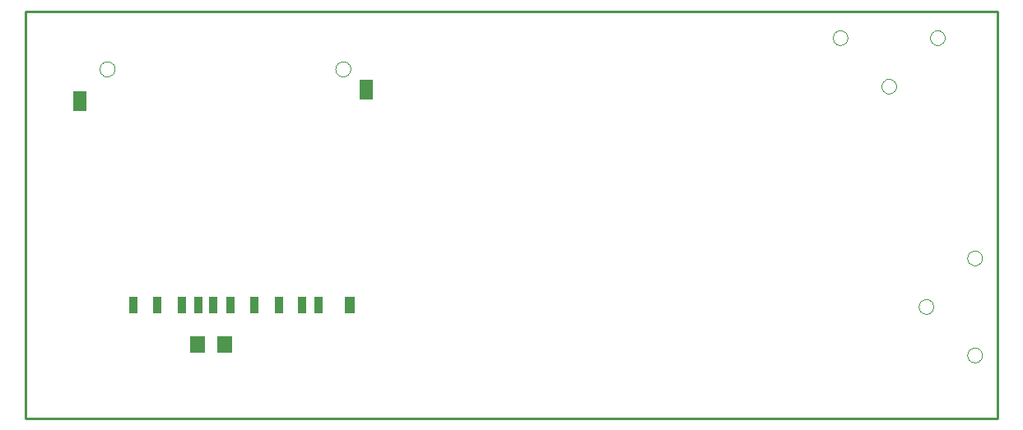
<source format=gtp>
G75*
%MOIN*%
%OFA0B0*%
%FSLAX24Y24*%
%IPPOS*%
%LPD*%
%AMOC8*
5,1,8,0,0,1.08239X$1,22.5*
%
%ADD10C,0.0100*%
%ADD11R,0.0354X0.0709*%
%ADD12R,0.0551X0.0787*%
%ADD13R,0.0433X0.0709*%
%ADD14C,0.0000*%
%ADD15R,0.0630X0.0709*%
D10*
X000833Y004500D02*
X000833Y020996D01*
X040203Y020996D01*
X040203Y004500D01*
X000833Y004500D01*
D11*
X005184Y009106D03*
X006168Y009106D03*
X007152Y009106D03*
X007841Y009106D03*
X008432Y009106D03*
X009121Y009106D03*
X010105Y009106D03*
X011089Y009106D03*
X012042Y009106D03*
X012711Y009106D03*
D12*
X003026Y017374D03*
X014640Y017827D03*
D13*
X013951Y009106D03*
D14*
X013379Y018673D02*
X013381Y018708D01*
X013387Y018742D01*
X013397Y018775D01*
X013410Y018808D01*
X013427Y018838D01*
X013448Y018866D01*
X013471Y018892D01*
X013498Y018915D01*
X013526Y018934D01*
X013557Y018950D01*
X013590Y018963D01*
X013623Y018972D01*
X013658Y018977D01*
X013693Y018978D01*
X013727Y018975D01*
X013762Y018968D01*
X013795Y018957D01*
X013826Y018943D01*
X013856Y018925D01*
X013884Y018904D01*
X013909Y018879D01*
X013931Y018852D01*
X013950Y018823D01*
X013965Y018792D01*
X013977Y018759D01*
X013985Y018725D01*
X013989Y018690D01*
X013989Y018656D01*
X013985Y018621D01*
X013977Y018587D01*
X013965Y018554D01*
X013950Y018523D01*
X013931Y018494D01*
X013909Y018467D01*
X013884Y018442D01*
X013856Y018421D01*
X013826Y018403D01*
X013795Y018389D01*
X013762Y018378D01*
X013727Y018371D01*
X013693Y018368D01*
X013658Y018369D01*
X013623Y018374D01*
X013590Y018383D01*
X013557Y018396D01*
X013526Y018412D01*
X013498Y018431D01*
X013471Y018454D01*
X013448Y018480D01*
X013427Y018508D01*
X013410Y018538D01*
X013397Y018571D01*
X013387Y018604D01*
X013381Y018638D01*
X013379Y018673D01*
X003828Y018673D02*
X003830Y018708D01*
X003836Y018742D01*
X003846Y018775D01*
X003859Y018808D01*
X003876Y018838D01*
X003897Y018866D01*
X003920Y018892D01*
X003947Y018915D01*
X003975Y018934D01*
X004006Y018950D01*
X004039Y018963D01*
X004072Y018972D01*
X004107Y018977D01*
X004142Y018978D01*
X004176Y018975D01*
X004211Y018968D01*
X004244Y018957D01*
X004275Y018943D01*
X004305Y018925D01*
X004333Y018904D01*
X004358Y018879D01*
X004380Y018852D01*
X004399Y018823D01*
X004414Y018792D01*
X004426Y018759D01*
X004434Y018725D01*
X004438Y018690D01*
X004438Y018656D01*
X004434Y018621D01*
X004426Y018587D01*
X004414Y018554D01*
X004399Y018523D01*
X004380Y018494D01*
X004358Y018467D01*
X004333Y018442D01*
X004305Y018421D01*
X004275Y018403D01*
X004244Y018389D01*
X004211Y018378D01*
X004176Y018371D01*
X004142Y018368D01*
X004107Y018369D01*
X004072Y018374D01*
X004039Y018383D01*
X004006Y018396D01*
X003975Y018412D01*
X003947Y018431D01*
X003920Y018454D01*
X003897Y018480D01*
X003876Y018508D01*
X003859Y018538D01*
X003846Y018571D01*
X003836Y018604D01*
X003830Y018638D01*
X003828Y018673D01*
X033530Y019937D02*
X033532Y019971D01*
X033538Y020005D01*
X033548Y020038D01*
X033561Y020069D01*
X033579Y020099D01*
X033599Y020127D01*
X033623Y020152D01*
X033649Y020174D01*
X033677Y020192D01*
X033708Y020208D01*
X033740Y020220D01*
X033774Y020228D01*
X033808Y020232D01*
X033842Y020232D01*
X033876Y020228D01*
X033910Y020220D01*
X033942Y020208D01*
X033972Y020192D01*
X034001Y020174D01*
X034027Y020152D01*
X034051Y020127D01*
X034071Y020099D01*
X034089Y020069D01*
X034102Y020038D01*
X034112Y020005D01*
X034118Y019971D01*
X034120Y019937D01*
X034118Y019903D01*
X034112Y019869D01*
X034102Y019836D01*
X034089Y019805D01*
X034071Y019775D01*
X034051Y019747D01*
X034027Y019722D01*
X034001Y019700D01*
X033973Y019682D01*
X033942Y019666D01*
X033910Y019654D01*
X033876Y019646D01*
X033842Y019642D01*
X033808Y019642D01*
X033774Y019646D01*
X033740Y019654D01*
X033708Y019666D01*
X033677Y019682D01*
X033649Y019700D01*
X033623Y019722D01*
X033599Y019747D01*
X033579Y019775D01*
X033561Y019805D01*
X033548Y019836D01*
X033538Y019869D01*
X033532Y019903D01*
X033530Y019937D01*
X035499Y017969D02*
X035501Y018003D01*
X035507Y018037D01*
X035517Y018070D01*
X035530Y018101D01*
X035548Y018131D01*
X035568Y018159D01*
X035592Y018184D01*
X035618Y018206D01*
X035646Y018224D01*
X035677Y018240D01*
X035709Y018252D01*
X035743Y018260D01*
X035777Y018264D01*
X035811Y018264D01*
X035845Y018260D01*
X035879Y018252D01*
X035911Y018240D01*
X035941Y018224D01*
X035970Y018206D01*
X035996Y018184D01*
X036020Y018159D01*
X036040Y018131D01*
X036058Y018101D01*
X036071Y018070D01*
X036081Y018037D01*
X036087Y018003D01*
X036089Y017969D01*
X036087Y017935D01*
X036081Y017901D01*
X036071Y017868D01*
X036058Y017837D01*
X036040Y017807D01*
X036020Y017779D01*
X035996Y017754D01*
X035970Y017732D01*
X035942Y017714D01*
X035911Y017698D01*
X035879Y017686D01*
X035845Y017678D01*
X035811Y017674D01*
X035777Y017674D01*
X035743Y017678D01*
X035709Y017686D01*
X035677Y017698D01*
X035646Y017714D01*
X035618Y017732D01*
X035592Y017754D01*
X035568Y017779D01*
X035548Y017807D01*
X035530Y017837D01*
X035517Y017868D01*
X035507Y017901D01*
X035501Y017935D01*
X035499Y017969D01*
X037467Y019937D02*
X037469Y019971D01*
X037475Y020005D01*
X037485Y020038D01*
X037498Y020069D01*
X037516Y020099D01*
X037536Y020127D01*
X037560Y020152D01*
X037586Y020174D01*
X037614Y020192D01*
X037645Y020208D01*
X037677Y020220D01*
X037711Y020228D01*
X037745Y020232D01*
X037779Y020232D01*
X037813Y020228D01*
X037847Y020220D01*
X037879Y020208D01*
X037909Y020192D01*
X037938Y020174D01*
X037964Y020152D01*
X037988Y020127D01*
X038008Y020099D01*
X038026Y020069D01*
X038039Y020038D01*
X038049Y020005D01*
X038055Y019971D01*
X038057Y019937D01*
X038055Y019903D01*
X038049Y019869D01*
X038039Y019836D01*
X038026Y019805D01*
X038008Y019775D01*
X037988Y019747D01*
X037964Y019722D01*
X037938Y019700D01*
X037910Y019682D01*
X037879Y019666D01*
X037847Y019654D01*
X037813Y019646D01*
X037779Y019642D01*
X037745Y019642D01*
X037711Y019646D01*
X037677Y019654D01*
X037645Y019666D01*
X037614Y019682D01*
X037586Y019700D01*
X037560Y019722D01*
X037536Y019747D01*
X037516Y019775D01*
X037498Y019805D01*
X037485Y019836D01*
X037475Y019869D01*
X037469Y019903D01*
X037467Y019937D01*
X038975Y011008D02*
X038977Y011042D01*
X038983Y011076D01*
X038993Y011109D01*
X039006Y011140D01*
X039024Y011170D01*
X039044Y011198D01*
X039068Y011223D01*
X039094Y011245D01*
X039122Y011263D01*
X039153Y011279D01*
X039185Y011291D01*
X039219Y011299D01*
X039253Y011303D01*
X039287Y011303D01*
X039321Y011299D01*
X039355Y011291D01*
X039387Y011279D01*
X039417Y011263D01*
X039446Y011245D01*
X039472Y011223D01*
X039496Y011198D01*
X039516Y011170D01*
X039534Y011140D01*
X039547Y011109D01*
X039557Y011076D01*
X039563Y011042D01*
X039565Y011008D01*
X039563Y010974D01*
X039557Y010940D01*
X039547Y010907D01*
X039534Y010876D01*
X039516Y010846D01*
X039496Y010818D01*
X039472Y010793D01*
X039446Y010771D01*
X039418Y010753D01*
X039387Y010737D01*
X039355Y010725D01*
X039321Y010717D01*
X039287Y010713D01*
X039253Y010713D01*
X039219Y010717D01*
X039185Y010725D01*
X039153Y010737D01*
X039122Y010753D01*
X039094Y010771D01*
X039068Y010793D01*
X039044Y010818D01*
X039024Y010846D01*
X039006Y010876D01*
X038993Y010907D01*
X038983Y010940D01*
X038977Y010974D01*
X038975Y011008D01*
X037007Y009039D02*
X037009Y009073D01*
X037015Y009107D01*
X037025Y009140D01*
X037038Y009171D01*
X037056Y009201D01*
X037076Y009229D01*
X037100Y009254D01*
X037126Y009276D01*
X037154Y009294D01*
X037185Y009310D01*
X037217Y009322D01*
X037251Y009330D01*
X037285Y009334D01*
X037319Y009334D01*
X037353Y009330D01*
X037387Y009322D01*
X037419Y009310D01*
X037449Y009294D01*
X037478Y009276D01*
X037504Y009254D01*
X037528Y009229D01*
X037548Y009201D01*
X037566Y009171D01*
X037579Y009140D01*
X037589Y009107D01*
X037595Y009073D01*
X037597Y009039D01*
X037595Y009005D01*
X037589Y008971D01*
X037579Y008938D01*
X037566Y008907D01*
X037548Y008877D01*
X037528Y008849D01*
X037504Y008824D01*
X037478Y008802D01*
X037450Y008784D01*
X037419Y008768D01*
X037387Y008756D01*
X037353Y008748D01*
X037319Y008744D01*
X037285Y008744D01*
X037251Y008748D01*
X037217Y008756D01*
X037185Y008768D01*
X037154Y008784D01*
X037126Y008802D01*
X037100Y008824D01*
X037076Y008849D01*
X037056Y008877D01*
X037038Y008907D01*
X037025Y008938D01*
X037015Y008971D01*
X037009Y009005D01*
X037007Y009039D01*
X038975Y007071D02*
X038977Y007105D01*
X038983Y007139D01*
X038993Y007172D01*
X039006Y007203D01*
X039024Y007233D01*
X039044Y007261D01*
X039068Y007286D01*
X039094Y007308D01*
X039122Y007326D01*
X039153Y007342D01*
X039185Y007354D01*
X039219Y007362D01*
X039253Y007366D01*
X039287Y007366D01*
X039321Y007362D01*
X039355Y007354D01*
X039387Y007342D01*
X039417Y007326D01*
X039446Y007308D01*
X039472Y007286D01*
X039496Y007261D01*
X039516Y007233D01*
X039534Y007203D01*
X039547Y007172D01*
X039557Y007139D01*
X039563Y007105D01*
X039565Y007071D01*
X039563Y007037D01*
X039557Y007003D01*
X039547Y006970D01*
X039534Y006939D01*
X039516Y006909D01*
X039496Y006881D01*
X039472Y006856D01*
X039446Y006834D01*
X039418Y006816D01*
X039387Y006800D01*
X039355Y006788D01*
X039321Y006780D01*
X039287Y006776D01*
X039253Y006776D01*
X039219Y006780D01*
X039185Y006788D01*
X039153Y006800D01*
X039122Y006816D01*
X039094Y006834D01*
X039068Y006856D01*
X039044Y006881D01*
X039024Y006909D01*
X039006Y006939D01*
X038993Y006970D01*
X038983Y007003D01*
X038977Y007037D01*
X038975Y007071D01*
D15*
X008885Y007500D03*
X007782Y007500D03*
M02*

</source>
